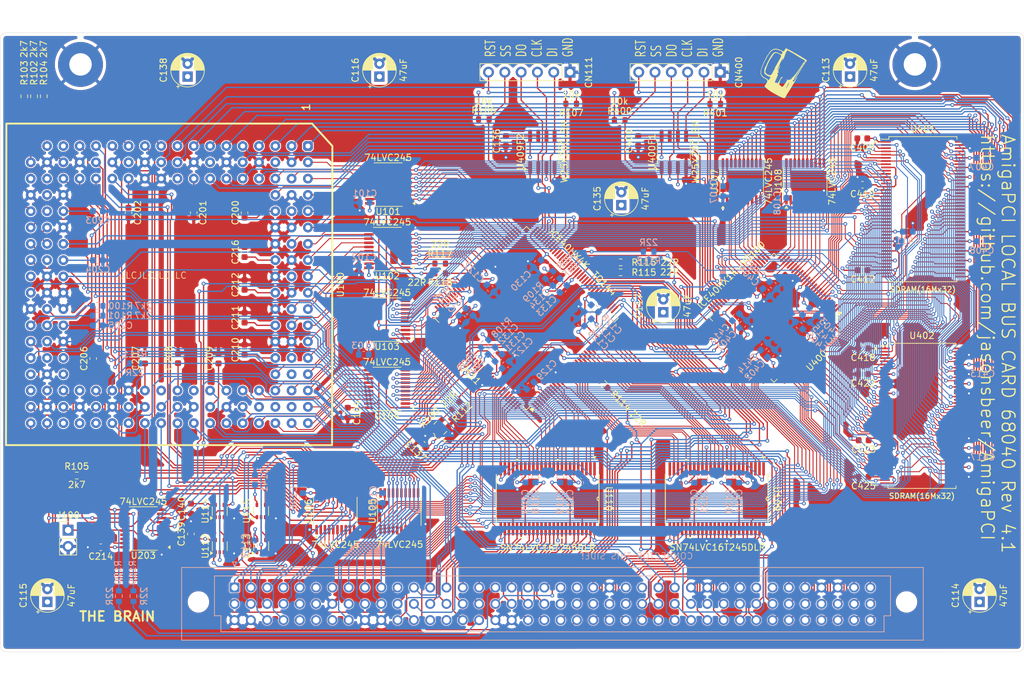
<source format=kicad_pcb>
(kicad_pcb
	(version 20240108)
	(generator "pcbnew")
	(generator_version "8.0")
	(general
		(thickness 1.6)
		(legacy_teardrops no)
	)
	(paper "A4")
	(title_block
		(title "AmigaPCI-040 Local Bus Card")
		(date "2024-12-31")
		(rev "4.1")
	)
	(layers
		(0 "F.Cu" signal)
		(1 "In1.Cu" signal)
		(2 "In2.Cu" signal)
		(3 "In3.Cu" signal)
		(4 "In4.Cu" signal)
		(31 "B.Cu" signal)
		(32 "B.Adhes" user "B.Adhesive")
		(33 "F.Adhes" user "F.Adhesive")
		(34 "B.Paste" user)
		(35 "F.Paste" user)
		(36 "B.SilkS" user "B.Silkscreen")
		(37 "F.SilkS" user "F.Silkscreen")
		(38 "B.Mask" user)
		(39 "F.Mask" user)
		(40 "Dwgs.User" user "User.Drawings")
		(41 "Cmts.User" user "User.Comments")
		(42 "Eco1.User" user "User.Eco1")
		(43 "Eco2.User" user "User.Eco2")
		(44 "Edge.Cuts" user)
		(45 "Margin" user)
		(46 "B.CrtYd" user "B.Courtyard")
		(47 "F.CrtYd" user "F.Courtyard")
		(48 "B.Fab" user)
		(49 "F.Fab" user)
		(50 "User.1" user)
		(51 "User.2" user)
		(52 "User.3" user)
		(53 "User.4" user)
		(54 "User.5" user)
		(55 "User.6" user)
		(56 "User.7" user)
		(57 "User.8" user)
		(58 "User.9" user)
	)
	(setup
		(stackup
			(layer "F.SilkS"
				(type "Top Silk Screen")
			)
			(layer "F.Paste"
				(type "Top Solder Paste")
			)
			(layer "F.Mask"
				(type "Top Solder Mask")
				(thickness 0.01)
			)
			(layer "F.Cu"
				(type "copper")
				(thickness 0.035)
			)
			(layer "dielectric 1"
				(type "prepreg")
				(thickness 0.1)
				(material "FR4")
				(epsilon_r 4.5)
				(loss_tangent 0.02)
			)
			(layer "In1.Cu"
				(type "copper")
				(thickness 0.035)
			)
			(layer "dielectric 2"
				(type "core")
				(thickness 0.535)
				(material "FR4")
				(epsilon_r 4.5)
				(loss_tangent 0.02)
			)
			(layer "In2.Cu"
				(type "copper")
				(thickness 0.035)
			)
			(layer "dielectric 3"
				(type "prepreg")
				(thickness 0.1)
				(material "FR4")
				(epsilon_r 4.5)
				(loss_tangent 0.02)
			)
			(layer "In3.Cu"
				(type "copper")
				(thickness 0.035)
			)
			(layer "dielectric 4"
				(type "core")
				(thickness 0.535)
				(material "FR4")
				(epsilon_r 4.5)
				(loss_tangent 0.02)
			)
			(layer "In4.Cu"
				(type "copper")
				(thickness 0.035)
			)
			(layer "dielectric 5"
				(type "prepreg")
				(thickness 0.1)
				(material "FR4")
				(epsilon_r 4.5)
				(loss_tangent 0.02)
			)
			(layer "B.Cu"
				(type "copper")
				(thickness 0.035)
			)
			(layer "B.Mask"
				(type "Bottom Solder Mask")
				(thickness 0.01)
			)
			(layer "B.Paste"
				(type "Bottom Solder Paste")
			)
			(layer "B.SilkS"
				(type "Bottom Silk Screen")
			)
			(copper_finish "None")
			(dielectric_constraints no)
		)
		(pad_to_mask_clearance 0)
		(allow_soldermask_bridges_in_footprints no)
		(pcbplotparams
			(layerselection 0x00010fc_ffffffff)
			(plot_on_all_layers_selection 0x0000000_00000000)
			(disableapertmacros no)
			(usegerberextensions yes)
			(usegerberattributes no)
			(usegerberadvancedattributes no)
			(creategerberjobfile no)
			(dashed_line_dash_ratio 12.000000)
			(dashed_line_gap_ratio 3.000000)
			(svgprecision 4)
			(plotframeref no)
			(viasonmask no)
			(mode 1)
			(useauxorigin no)
			(hpglpennumber 1)
			(hpglpenspeed 20)
			(hpglpendiameter 15.000000)
			(pdf_front_fp_property_popups yes)
			(pdf_back_fp_property_popups yes)
			(dxfpolygonmode yes)
			(dxfimperialunits yes)
			(dxfusepcbnewfont yes)
			(psnegative no)
			(psa4output no)
			(plotreference yes)
			(plotvalue yes)
			(plotfptext yes)
			(plotinvisibletext no)
			(sketchpadsonfab no)
			(subtractmaskfromsilk yes)
			(outputformat 1)
			(mirror no)
			(drillshape 0)
			(scaleselection 1)
			(outputdirectory "/home/jason/Documents/Gerbers/")
		)
	)
	(net 0 "")
	(net 1 "GND")
	(net 2 "+3V3")
	(net 3 "+5V")
	(net 4 "LVA2")
	(net 5 "+1V2")
	(net 6 "_CPUCONF")
	(net 7 "Net-(U111-GNDPLL1)")
	(net 8 "Net-(U111-VCCPLL1)")
	(net 9 "Net-(U111-GNDPLL0)")
	(net 10 "Net-(U111-VCCPLL0)")
	(net 11 "/Fast Memory/U109_SS")
	(net 12 "_CPURST")
	(net 13 "/Fast Memory/U109_CRESET")
	(net 14 "/Fast Memory/U109_SDI")
	(net 15 "/Fast Memory/U109_SCK")
	(net 16 "PORTSIZE")
	(net 17 "D12")
	(net 18 "D10")
	(net 19 "D15")
	(net 20 "D11")
	(net 21 "D9")
	(net 22 "D7")
	(net 23 "D14")
	(net 24 "D13")
	(net 25 "D8")
	(net 26 "D6")
	(net 27 "D1")
	(net 28 "D2")
	(net 29 "D5")
	(net 30 "D4")
	(net 31 "D3")
	(net 32 "D0")
	(net 33 "D22")
	(net 34 "D20")
	(net 35 "D21")
	(net 36 "D23")
	(net 37 "D31")
	(net 38 "D28")
	(net 39 "D30")
	(net 40 "D29")
	(net 41 "D18")
	(net 42 "D26")
	(net 43 "D19")
	(net 44 "D24")
	(net 45 "D16")
	(net 46 "D17")
	(net 47 "D27")
	(net 48 "D25")
	(net 49 "A5")
	(net 50 "A3")
	(net 51 "A1")
	(net 52 "A4")
	(net 53 "A2")
	(net 54 "A7")
	(net 55 "A6")
	(net 56 "A0")
	(net 57 "A15")
	(net 58 "A14")
	(net 59 "A10")
	(net 60 "A13")
	(net 61 "A11")
	(net 62 "A9")
	(net 63 "A12")
	(net 64 "A16")
	(net 65 "A22")
	(net 66 "A25")
	(net 67 "A19")
	(net 68 "A17")
	(net 69 "A20")
	(net 70 "A18")
	(net 71 "A23")
	(net 72 "A21")
	(net 73 "A31")
	(net 74 "A27")
	(net 75 "A8")
	(net 76 "A28")
	(net 77 "A29")
	(net 78 "A26")
	(net 79 "A30")
	(net 80 "A24")
	(net 81 "TT0")
	(net 82 "UPA1")
	(net 83 "_TCI")
	(net 84 "/CPU/_CDIS")
	(net 85 "TT1")
	(net 86 "/CPU/_MDIS")
	(net 87 "/CPU/TDO")
	(net 88 "UPA0")
	(net 89 "R_W")
	(net 90 "TM1")
	(net 91 "SIZ1")
	(net 92 "TM0")
	(net 93 "SIZ0")
	(net 94 "TM2")
	(net 95 "_TS")
	(net 96 "_TACK")
	(net 97 "unconnected-(U100A-_TIP-Pad141)")
	(net 98 "_LOCK")
	(net 99 "/CPU/SC0")
	(net 100 "_BB")
	(net 101 "_TBI")
	(net 102 "_TEA")
	(net 103 "/CPU/SC1")
	(net 104 "_IPL0")
	(net 105 "/Fast Memory/U109_SDO")
	(net 106 "_RSTOUT")
	(net 107 "_IPL2")
	(net 108 "_BR")
	(net 109 "_IPL1")
	(net 110 "_RESET")
	(net 111 "_BG")
	(net 112 "/Card Connector/U409_SDI")
	(net 113 "/Card Connector/U409_SS")
	(net 114 "EMA0")
	(net 115 "/Card Connector/U409_SCK")
	(net 116 "EMA10")
	(net 117 "EMA6")
	(net 118 "/Card Connector/U409_CRESET")
	(net 119 "/Card Connector/U409_SDO")
	(net 120 "EMA8")
	(net 121 "_UMBE")
	(net 122 "DA8")
	(net 123 "_EMCAS")
	(net 124 "_EMRAS")
	(net 125 "DA21")
	(net 126 "DA24")
	(net 127 "DA11")
	(net 128 "EMA1")
	(net 129 "_EM0CS")
	(net 130 "DA31")
	(net 131 "DA28")
	(net 132 "EMA5")
	(net 133 "EMA4")
	(net 134 "DA7")
	(net 135 "EMA11")
	(net 136 "DA14")
	(net 137 "EMCLKE")
	(net 138 "EMA12")
	(net 139 "EMA7")
	(net 140 "DA1")
	(net 141 "DA26")
	(net 142 "DA0")
	(net 143 "EMA9")
	(net 144 "EMA3")
	(net 145 "_UUBE")
	(net 146 "_EMWE")
	(net 147 "EMA2")
	(net 148 "DA30")
	(net 149 "DA23")
	(net 150 "BCLKC")
	(net 151 "DA19")
	(net 152 "DA4")
	(net 153 "DA15")
	(net 154 "_LMBE")
	(net 155 "DA25")
	(net 156 "DA27")
	(net 157 "DA16")
	(net 158 "DA5")
	(net 159 "DA18")
	(net 160 "_LLBE")
	(net 161 "DA22")
	(net 162 "DA9")
	(net 163 "unconnected-(U401-NC-Pad73)")
	(net 164 "DA20")
	(net 165 "DA3")
	(net 166 "DA29")
	(net 167 "unconnected-(U401-NC-Pad70)")
	(net 168 "unconnected-(U401-NC-Pad14)")
	(net 169 "unconnected-(U401-NC-Pad30)")
	(net 170 "LVA0")
	(net 171 "LVA3")
	(net 172 "LVA1")
	(net 173 "LVA6")
	(net 174 "LVA5")
	(net 175 "LVA4")
	(net 176 "LVA7")
	(net 177 "unconnected-(U400-VPP_FAST-Pad76)")
	(net 178 "LVA9")
	(net 179 "LVA12")
	(net 180 "LVA11")
	(net 181 "LVA13")
	(net 182 "LVA14")
	(net 183 "LVA8")
	(net 184 "LVA15")
	(net 185 "LVA10")
	(net 186 "LVA18")
	(net 187 "LVA16")
	(net 188 "LVA17")
	(net 189 "LVA22")
	(net 190 "LVA23")
	(net 191 "LVA20")
	(net 192 "LVA21")
	(net 193 "LVA19")
	(net 194 "LVA26")
	(net 195 "LVA24")
	(net 196 "LVA25")
	(net 197 "LVA31")
	(net 198 "LVA27")
	(net 199 "LVA29")
	(net 200 "LVA30")
	(net 201 "LVA28")
	(net 202 "unconnected-(U100A-PST2-Pad140)")
	(net 203 "unconnected-(U100A-PST3-Pad177)")
	(net 204 "unconnected-(U100A-PST0-Pad176)")
	(net 205 "unconnected-(U100A-TLN0-Pad126)")
	(net 206 "unconnected-(U100A-_TRST-Pad164)")
	(net 207 "unconnected-(U100A-TCK-Pad148)")
	(net 208 "unconnected-(U100A-_MI-Pad124)")
	(net 209 "unconnected-(U100A-DLE-Pad170)")
	(net 210 "unconnected-(U100A-TDI-Pad147)")
	(net 211 "unconnected-(U100A-PST1-Pad158)")
	(net 212 "unconnected-(U100A-TLN1-Pad120)")
	(net 213 "unconnected-(U100A-_CIOUT-Pad127)")
	(net 214 "unconnected-(U100A-_IPEND-Pad145)")
	(net 215 "unconnected-(U100A-TMS-Pad149)")
	(net 216 "_INT6")
	(net 217 "unconnected-(U401-NC-Pad57)")
	(net 218 "_EM1CS")
	(net 219 "unconnected-(U402-NC-Pad70)")
	(net 220 "unconnected-(U402-NC-Pad73)")
	(net 221 "unconnected-(U402-NC-Pad30)")
	(net 222 "unconnected-(U402-NC-Pad57)")
	(net 223 "unconnected-(U402-NC-Pad14)")
	(net 224 "DA13")
	(net 225 "DA2")
	(net 226 "SIZ1-3V")
	(net 227 "SIZ0-3V")
	(net 228 "R_W-3V")
	(net 229 "unconnected-(U203A-A1-Pad3)")
	(net 230 "DA6")
	(net 231 "_TS-3V")
	(net 232 "DA17")
	(net 233 "_INT2")
	(net 234 "DA10")
	(net 235 "_LBEN")
	(net 236 "Net-(X100-OUT)")
	(net 237 "/Card Connector/CLK40")
	(net 238 "BCLKA")
	(net 239 "Net-(U111-IO3_14A_GBIN6)")
	(net 240 "RAMCLKB")
	(net 241 "Net-(U111-IO2_81_GBIN5)")
	(net 242 "BCLKB")
	(net 243 "Net-(U111-IO2_82_GBIN4)")
	(net 244 "Net-(U111-IO1_140_GBIN3)")
	(net 245 "Net-(U111-IO1_141_GBIN2)")
	(net 246 "_TA-CPU")
	(net 247 "_TS-CPU")
	(net 248 "unconnected-(U203A-B1-Pad17)")
	(net 249 "unconnected-(U203A-B0-Pad18)")
	(net 250 "unconnected-(U203A-A0-Pad2)")
	(net 251 "unconnected-(U111-IO0_197_GBIN1-Pad128)")
	(net 252 "AA0")
	(net 253 "AA1")
	(net 254 "BUFDIR")
	(net 255 "A1_OUT")
	(net 256 "_DMA")
	(net 257 "LVDA7")
	(net 258 "_BUFEN")
	(net 259 "LVDA6")
	(net 260 "LVDA1")
	(net 261 "LVDA2")
	(net 262 "LVDA5")
	(net 263 "DA12")
	(net 264 "LVDA0")
	(net 265 "LVDA4")
	(net 266 "LVDA3")
	(net 267 "LVDA8")
	(net 268 "LVDA9")
	(net 269 "LVDA11")
	(net 270 "LVDA16")
	(net 271 "LVDA10")
	(net 272 "LVDA12")
	(net 273 "LVDA13")
	(net 274 "LVDA18")
	(net 275 "LVDA14")
	(net 276 "LVDA20")
	(net 277 "LVDA23")
	(net 278 "LVDA25")
	(net 279 "LVDA15")
	(net 280 "LVDA19")
	(net 281 "LVDA22")
	(net 282 "LVDA17")
	(net 283 "LVDA30")
	(net 284 "LVDA27")
	(net 285 "LVDA31")
	(net 286 "LVDA29")
	(net 287 "CDONE")
	(net 288 "unconnected-(U111-VPP_FAST-Pad109)")
	(net 289 "BANK1")
	(net 290 "BANK0")
	(net 291 "PCLK")
	(net 292 "LVDA21")
	(net 293 "LVDA24")
	(net 294 "LVDA26")
	(net 295 "LVDA28")
	(net 296 "LVDB13")
	(net 297 "LVDB2")
	(net 298 "Net-(CN100-Pin_c16)")
	(net 299 "_TEA-CPU")
	(net 300 "_TBI-CPU")
	(net 301 "_TCI-CPU")
	(net 302 "_CPUBG")
	(net 303 "_BB-3V")
	(net 304 "_BG-3V")
	(net 305 "unconnected-(U100A-_LOCKE-Pad144)")
	(net 306 "LVDB6")
	(net 307 "LVDB1")
	(net 308 "LVDB8")
	(net 309 "Net-(CN100-Pin_b12)")
	(net 310 "LVDB11")
	(net 311 "LVDB16")
	(net 312 "LVDB9")
	(net 313 "LVDB7")
	(net 314 "LVDB18")
	(net 315 "LVDB3")
	(net 316 "LVDB12")
	(net 317 "LVDB10")
	(net 318 "LVDB5")
	(net 319 "LVDB0")
	(net 320 "LVDB4")
	(net 321 "LVDB15")
	(net 322 "LVDB25")
	(net 323 "LVDB24")
	(net 324 "LVDB17")
	(net 325 "LVDB27")
	(net 326 "LVDB19")
	(net 327 "LVDB28")
	(net 328 "LVDB14")
	(net 329 "LVDB22")
	(net 330 "LVDB29")
	(net 331 "LVDB31")
	(net 332 "LVDB20")
	(net 333 "LVDB21")
	(net 334 "LVDB26")
	(net 335 "LVDB30")
	(net 336 "LVDB23")
	(net 337 "A0_OUT")
	(net 338 "unconnected-(U111-IO2_96-Pad61)")
	(net 339 "unconnected-(U111-IO2_102-Pad62)")
	(net 340 "unconnected-(U111-IO2_95-Pad60)")
	(net 341 "unconnected-(U111-IO2_103_CBSEL0-Pad63)")
	(net 342 "unconnected-(U400-IOR_60_GBIN3-Pad62)")
	(net 343 "RAMCLKA")
	(net 344 "unconnected-(U111-IO3_13B_GBIN7-Pad20)")
	(net 345 "Net-(U111-IO2_94)")
	(net 346 "unconnected-(U400-IOL_1B-Pad2)")
	(net 347 "Net-(CN100-Pin_a17)")
	(footprint "Capacitor_SMD:C_0603_1608Metric" (layer "F.Cu") (at 72.49 65.685 -90))
	(footprint "Resistor_SMD:R_0603_1608Metric" (layer "F.Cu") (at 149.165 73.42))
	(footprint "Capacitor_SMD:C_0603_1608Metric" (layer "F.Cu") (at 118.26 101.75 135))
	(footprint "Capacitor_THT:CP_Radial_D5.0mm_P2.00mm" (layer "F.Cu") (at 59.85 126.32 90))
	(footprint "Capacitor_SMD:C_0603_1608Metric" (layer "F.Cu") (at 187.025 101.13 180))
	(footprint "Capacitor_THT:CP_Radial_D5.0mm_P2.00mm" (layer "F.Cu") (at 205.08 126.32 90))
	(footprint "AmigaPCI:TSOP-II-86" (layer "F.Cu") (at 196.25 65.13))
	(footprint "Resistor_SMD:R_0603_1608Metric" (layer "F.Cu") (at 141.455 48.7 180))
	(footprint "Capacitor_SMD:C_0603_1608Metric" (layer "F.Cu") (at 186.84 61.33 180))
	(footprint "Capacitor_SMD:C_0603_1608Metric" (layer "F.Cu") (at 86.51 88.385 90))
	(footprint "Resistor_SMD:R_0603_1608Metric" (layer "F.Cu") (at 121.05 73.61 180))
	(footprint "Capacitor_SMD:C_0603_1608Metric" (layer "F.Cu") (at 131.28 54.505 90))
	(footprint "Capacitor_SMD:C_0603_1608Metric" (layer "F.Cu") (at 90.57 76.925 90))
	(footprint "Capacitor_SMD:C_0603_1608Metric" (layer "F.Cu") (at 90.57 87.035 90))
	(footprint "MountingHole:MountingHole_3.5mm_Pad" (layer "F.Cu") (at 65.01 42.58))
	(footprint "Resistor_SMD:R_0603_1608Metric" (layer "F.Cu") (at 57.77 47.545 -90))
	(footprint "Capacitor_THT:CP_Radial_D5.0mm_P2.00mm" (layer "F.Cu") (at 149.27 64.495113 90))
	(footprint "Package_SO:TSSOP-20_4.4x6.5mm_P0.65mm" (layer "F.Cu") (at 177.915 60.8075 90))
	(footprint "Capacitor_THT:CP_Radial_D5.0mm_P2.00mm" (layer "F.Cu") (at 81.69 44.47 90))
	(footprint "Capacitor_SMD:C_0603_1608Metric"
		(layer "F.Cu")
		(uuid "595f85e8-457f-4dfd-87ca-5f664f5a2c68")
		(at 186.895 74.63 180)
		(descr "Capacitor SMD 0603 (1608 Metric), square (rectangular) end terminal, IPC_7351 nominal, (Body size source: IPC-SM-782 page 76, https://www.pcb-3d.com/wordpress/wp-content/uploads/ipc-sm-782a_amendment_1_and_2.pdf), generated with kicad-footprint-generator")
		(tags "capacitor")
		(property "Reference" "C412"
			(at 0 -1.43 0)
			(layer "F.SilkS")
			(uuid "ec89d673-25f0-4fe3-bd18-52a9ebd16a8b")
			(effects
				(font
					(size 1 1)
					(thickness 0.15)
				)
			)
		)
		(property "Value" "0.1uF"
			(at 0 1.43 0)
			(layer "F.Fab")
			(uuid "358f00f3-7bdb-441a-9934-880396015d8d")
			(effects
				(font
					(size 1 1)
					(thickness 0.15)
				)
			)
		)
		(property "Footprint" "Capacitor_SMD:C_0603_1608Metric"
			(at 0 0 180)
			(unlocked yes)
			(layer "F.Fab")
			(hide yes)
			(uuid "d90c1808-7736-4b28-afee-a25be26796d6")
			(effects
				(font
					(size 1.27 1.27)
					(thickness 0.15)
				)
			)
		)
		(property "Datasheet" ""
			(at 0 0 180)
			(unlocked yes)
			(layer "F.Fab")
			(hide yes)
			(uuid "b0952ec2-803d-4367-9fd8-275a214ee1ae")
			(effects
				(font
					(size 1.27 1.27)
					(thickness 0.15)
				)
			)
		)
		(property "Description" ""
			(at 0 0 180)
			(unlocked yes)
			(layer "F.Fab")
			(hide yes)
			(uuid "8a986b05-5779-4a06-8c1f-fcc4347f3a7a")
			(effects
				(font
					(size 1.27 1.27)
					(thickness 0.15)
				)
			)
		)
		(property ki_fp_filters "C_*")
		(path "/bb4ae098-973b-46ca-b387-f2229a81b6e3/f282913f-e0c9-4f2f-ad9b-c657d158d946")
		(sheetname "Fast Memory")
		(sheetfile "FastMem.kicad_sch")
		(attr smd)
		(fp_line
			(start -0.14058 0.51)
			(end 0.14058 0.51)
			(stroke
				(width 0.12)
				(type solid)
			)
			(layer "F.SilkS")
			(uuid "0dbe3c1b-a951-4965-9762-ff276dcc26fc")
		)
		(fp_line
			(start -0.14058 -0.51)
			(end 0.14058 -0.51)
			(stroke
				(width 0.12)
				(type solid)
			)
			(layer "F.SilkS")
			(uuid "85998dad-f253-4784-94a3-f3971848580b")
		)
		(fp_line
			(start 1.48 0.73)
			(end -1.48 0.73)
			(stroke
				(width 0.05)
				(type solid)
			)
			(layer "F.CrtYd")
			(uuid "051b6b05-3cb8-4b7a-8cac-f66dc4697428")
		)
		(fp_line
			(start 1.48 -0.73)
			(end 1.48 0.73)
			(stroke
				(width 0.05)
				(type solid)
			)
			(layer "F.CrtYd")
			(uuid "a31d83e0-0786-4ff0-bb47-0cf657dd85bb")
		)
		(fp_line
			(start -1.48 0.73)
			(end -1.48 -0.73)
			(stroke
				(width 0.05)
				(type solid)
			)
			(layer "F.CrtYd")
			(uuid "707d7598-3085-405b-a257-4dfe87145f15")
		)
		(fp_line
			(start -1.48 -0.73)
			(end 1.48 -0.73)
			(stroke
				(width 0.05)
				(type solid)
			)
			(layer "F.CrtYd")
			(uuid "cd436951-2dab-4220-bf0b-17949b06eca4")
		)
		(fp_line
			(start 0.8 0.4)
			(end -0.8 0.4)
			(stroke
				(width 0.1)
				(type solid)
			)
			(layer "F.Fab")
			(uuid "73a7162b-f64f-4581-ad5b-c58b1910732d")
		)
		(fp_line
			(start 0.8 -0.4)
			(end 0.8 0.4)
			(stroke
				(width 0.1)
				(type solid)
			)
			(layer "F.Fab")
			(uuid "0420e7ce-57dd-4066-b8f7-035e87ee67df")
		)
		(fp_line
			(start -0.8 0.4)
			(end -0.8 -0.4)
			(
... [6560344 chars truncated]
</source>
